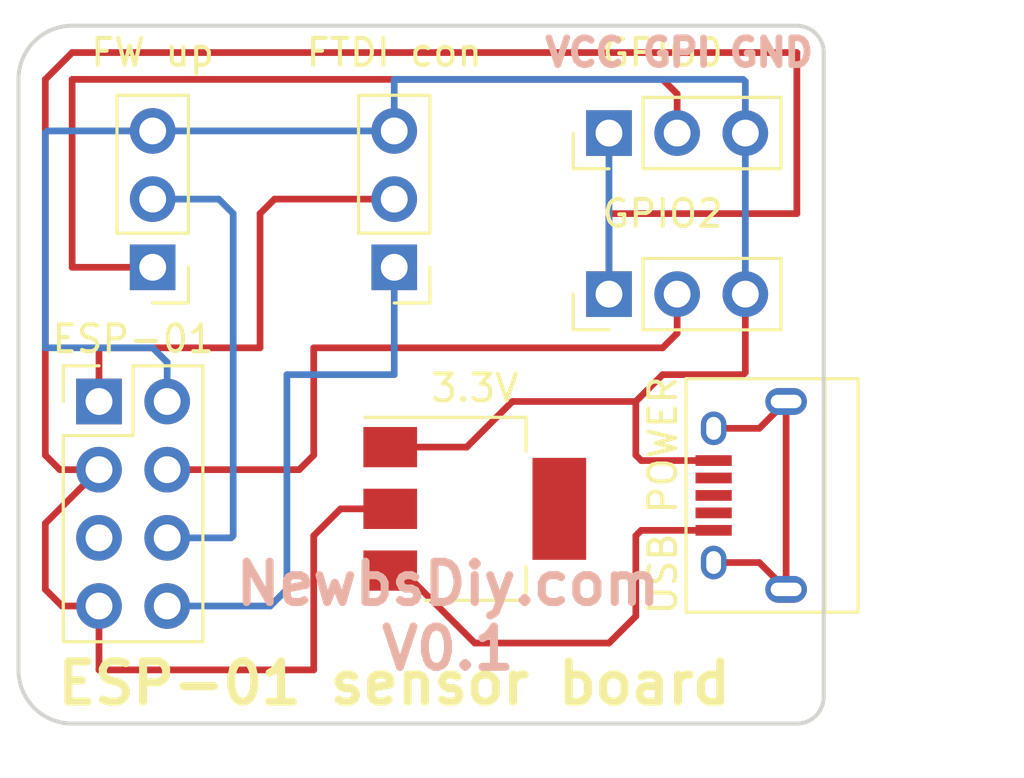
<source format=kicad_pcb>
(kicad_pcb (version 4) (host pcbnew 4.0.2-stable)

  (general
    (links 19)
    (no_connects 0)
    (area 178.161667 108.891666 216.632143 138.175)
    (thickness 1.6)
    (drawings 11)
    (tracks 78)
    (zones 0)
    (modules 9)
    (nets 14)
  )

  (page A4)
  (layers
    (0 F.Cu signal)
    (31 B.Cu signal)
    (32 B.Adhes user)
    (33 F.Adhes user)
    (34 B.Paste user)
    (35 F.Paste user)
    (36 B.SilkS user)
    (37 F.SilkS user)
    (38 B.Mask user)
    (39 F.Mask user)
    (40 Dwgs.User user)
    (41 Cmts.User user)
    (42 Eco1.User user)
    (43 Eco2.User user)
    (44 Edge.Cuts user)
    (45 Margin user)
    (46 B.CrtYd user)
    (47 F.CrtYd user)
    (48 B.Fab user)
    (49 F.Fab user)
  )

  (setup
    (last_trace_width 0.25)
    (trace_clearance 0.2)
    (zone_clearance 0.508)
    (zone_45_only no)
    (trace_min 0.2)
    (segment_width 0.2)
    (edge_width 0.15)
    (via_size 0.6)
    (via_drill 0.4)
    (via_min_size 0.4)
    (via_min_drill 0.3)
    (uvia_size 0.3)
    (uvia_drill 0.1)
    (uvias_allowed no)
    (uvia_min_size 0.2)
    (uvia_min_drill 0.1)
    (pcb_text_width 0.3)
    (pcb_text_size 1.5 1.5)
    (mod_edge_width 0.15)
    (mod_text_size 1 1)
    (mod_text_width 0.15)
    (pad_size 1.524 1.524)
    (pad_drill 0.762)
    (pad_to_mask_clearance 0.2)
    (aux_axis_origin 0 0)
    (visible_elements FFFFFF7F)
    (pcbplotparams
      (layerselection 0x010f0_80000001)
      (usegerberextensions false)
      (excludeedgelayer true)
      (linewidth 0.100000)
      (plotframeref false)
      (viasonmask false)
      (mode 1)
      (useauxorigin false)
      (hpglpennumber 1)
      (hpglpenspeed 20)
      (hpglpendiameter 15)
      (hpglpenoverlay 2)
      (psnegative false)
      (psa4output false)
      (plotreference true)
      (plotvalue true)
      (plotinvisibletext false)
      (padsonsilk false)
      (subtractmaskfromsilk false)
      (outputformat 1)
      (mirror false)
      (drillshape 0)
      (scaleselection 1)
      (outputdirectory grpr))
  )

  (net 0 "")
  (net 1 "Net-(P1-Pad1)")
  (net 2 "Net-(P1-Pad2)")
  (net 3 "Net-(P1-Pad3)")
  (net 4 "Net-(P1-Pad4)")
  (net 5 "Net-(P1-Pad5)")
  (net 6 "Net-(P1-Pad6)")
  (net 7 "Net-(P2-Pad1)")
  (net 8 "Net-(P2-Pad3)")
  (net 9 "Net-(P2-Pad4)")
  (net 10 "Net-(P2-Pad5)")
  (net 11 "Net-(P2-Pad6)")
  (net 12 "Net-(P2-Pad8)")
  (net 13 "Net-(P5-Pad2)")

  (net_class Default "Tämä on oletuskytkentäverkkoluokka."
    (clearance 0.2)
    (trace_width 0.25)
    (via_dia 0.6)
    (via_drill 0.4)
    (uvia_dia 0.3)
    (uvia_drill 0.1)
    (add_net "Net-(P1-Pad1)")
    (add_net "Net-(P1-Pad2)")
    (add_net "Net-(P1-Pad3)")
    (add_net "Net-(P1-Pad4)")
    (add_net "Net-(P1-Pad5)")
    (add_net "Net-(P1-Pad6)")
    (add_net "Net-(P2-Pad1)")
    (add_net "Net-(P2-Pad3)")
    (add_net "Net-(P2-Pad4)")
    (add_net "Net-(P2-Pad5)")
    (add_net "Net-(P2-Pad6)")
    (add_net "Net-(P2-Pad8)")
    (add_net "Net-(P5-Pad2)")
  )

  (module Connect:USB_Micro-B (layer F.Cu) (tedit 5A8029CA) (tstamp 5A800D12)
    (at 206.25 127.5 90)
    (descr "Micro USB Type B Receptacle")
    (tags "USB USB_B USB_micro USB_OTG")
    (path /5A565EB3)
    (attr smd)
    (fp_text reference "USB POWER" (at 0 -3.24 90) (layer F.SilkS)
      (effects (font (size 1 1) (thickness 0.15)))
    )
    (fp_text value USB_OTG (at 0 5.01 90) (layer F.Fab)
      (effects (font (size 1 1) (thickness 0.15)))
    )
    (fp_line (start -4.6 -2.59) (end 4.6 -2.59) (layer F.CrtYd) (width 0.05))
    (fp_line (start 4.6 -2.59) (end 4.6 4.26) (layer F.CrtYd) (width 0.05))
    (fp_line (start 4.6 4.26) (end -4.6 4.26) (layer F.CrtYd) (width 0.05))
    (fp_line (start -4.6 4.26) (end -4.6 -2.59) (layer F.CrtYd) (width 0.05))
    (fp_line (start -4.35 4.03) (end 4.35 4.03) (layer F.SilkS) (width 0.12))
    (fp_line (start -4.35 -2.38) (end 4.35 -2.38) (layer F.SilkS) (width 0.12))
    (fp_line (start 4.35 -2.38) (end 4.35 4.03) (layer F.SilkS) (width 0.12))
    (fp_line (start 4.35 2.8) (end -4.35 2.8) (layer F.SilkS) (width 0.12))
    (fp_line (start -4.35 4.03) (end -4.35 -2.38) (layer F.SilkS) (width 0.12))
    (pad 1 smd rect (at -1.3 -1.35 180) (size 1.35 0.4) (layers F.Cu F.Paste F.Mask)
      (net 1 "Net-(P1-Pad1)"))
    (pad 2 smd rect (at -0.65 -1.35 180) (size 1.35 0.4) (layers F.Cu F.Paste F.Mask)
      (net 2 "Net-(P1-Pad2)"))
    (pad 3 smd rect (at 0 -1.35 180) (size 1.35 0.4) (layers F.Cu F.Paste F.Mask)
      (net 3 "Net-(P1-Pad3)"))
    (pad 4 smd rect (at 0.65 -1.35 180) (size 1.35 0.4) (layers F.Cu F.Paste F.Mask)
      (net 4 "Net-(P1-Pad4)"))
    (pad 5 smd rect (at 1.3 -1.35 180) (size 1.35 0.4) (layers F.Cu F.Paste F.Mask)
      (net 5 "Net-(P1-Pad5)"))
    (pad 6 thru_hole oval (at -2.5 -1.35 180) (size 0.95 1.25) (drill oval 0.55 0.85) (layers *.Cu *.Mask)
      (net 6 "Net-(P1-Pad6)"))
    (pad 6 thru_hole oval (at 2.5 -1.35 180) (size 0.95 1.25) (drill oval 0.55 0.85) (layers *.Cu *.Mask)
      (net 6 "Net-(P1-Pad6)"))
    (pad 6 thru_hole oval (at -3.5 1.35 180) (size 1.55 1) (drill oval 1.15 0.5) (layers *.Cu *.Mask)
      (net 6 "Net-(P1-Pad6)"))
    (pad 6 thru_hole oval (at 3.5 1.35 180) (size 1.55 1) (drill oval 1.15 0.5) (layers *.Cu *.Mask)
      (net 6 "Net-(P1-Pad6)"))
  )

  (module Pin_Headers:Pin_Header_Straight_2x04_Pitch2.54mm (layer F.Cu) (tedit 5A8029B7) (tstamp 5A800D1E)
    (at 182 124)
    (descr "Through hole straight pin header, 2x04, 2.54mm pitch, double rows")
    (tags "Through hole pin header THT 2x04 2.54mm double row")
    (path /5A565E70)
    (fp_text reference ESP-01 (at 1.27 -2.33) (layer F.SilkS)
      (effects (font (size 1 1) (thickness 0.15)))
    )
    (fp_text value CONN_02X04 (at 1.27 9.95) (layer F.Fab)
      (effects (font (size 1 1) (thickness 0.15)))
    )
    (fp_line (start 0 -1.27) (end 3.81 -1.27) (layer F.Fab) (width 0.1))
    (fp_line (start 3.81 -1.27) (end 3.81 8.89) (layer F.Fab) (width 0.1))
    (fp_line (start 3.81 8.89) (end -1.27 8.89) (layer F.Fab) (width 0.1))
    (fp_line (start -1.27 8.89) (end -1.27 0) (layer F.Fab) (width 0.1))
    (fp_line (start -1.27 0) (end 0 -1.27) (layer F.Fab) (width 0.1))
    (fp_line (start -1.33 8.95) (end 3.87 8.95) (layer F.SilkS) (width 0.12))
    (fp_line (start -1.33 1.27) (end -1.33 8.95) (layer F.SilkS) (width 0.12))
    (fp_line (start 3.87 -1.33) (end 3.87 8.95) (layer F.SilkS) (width 0.12))
    (fp_line (start -1.33 1.27) (end 1.27 1.27) (layer F.SilkS) (width 0.12))
    (fp_line (start 1.27 1.27) (end 1.27 -1.33) (layer F.SilkS) (width 0.12))
    (fp_line (start 1.27 -1.33) (end 3.87 -1.33) (layer F.SilkS) (width 0.12))
    (fp_line (start -1.33 0) (end -1.33 -1.33) (layer F.SilkS) (width 0.12))
    (fp_line (start -1.33 -1.33) (end 0 -1.33) (layer F.SilkS) (width 0.12))
    (fp_line (start -1.8 -1.8) (end -1.8 9.4) (layer F.CrtYd) (width 0.05))
    (fp_line (start -1.8 9.4) (end 4.35 9.4) (layer F.CrtYd) (width 0.05))
    (fp_line (start 4.35 9.4) (end 4.35 -1.8) (layer F.CrtYd) (width 0.05))
    (fp_line (start 4.35 -1.8) (end -1.8 -1.8) (layer F.CrtYd) (width 0.05))
    (fp_text user %R (at 1.27 3.81 90) (layer F.Fab)
      (effects (font (size 1 1) (thickness 0.15)))
    )
    (pad 1 thru_hole rect (at 0 0) (size 1.7 1.7) (drill 1) (layers *.Cu *.Mask)
      (net 7 "Net-(P2-Pad1)"))
    (pad 2 thru_hole oval (at 2.54 0) (size 1.7 1.7) (drill 1) (layers *.Cu *.Mask)
      (net 5 "Net-(P1-Pad5)"))
    (pad 3 thru_hole oval (at 0 2.54) (size 1.7 1.7) (drill 1) (layers *.Cu *.Mask)
      (net 8 "Net-(P2-Pad3)"))
    (pad 4 thru_hole oval (at 2.54 2.54) (size 1.7 1.7) (drill 1) (layers *.Cu *.Mask)
      (net 9 "Net-(P2-Pad4)"))
    (pad 5 thru_hole oval (at 0 5.08) (size 1.7 1.7) (drill 1) (layers *.Cu *.Mask)
      (net 10 "Net-(P2-Pad5)"))
    (pad 6 thru_hole oval (at 2.54 5.08) (size 1.7 1.7) (drill 1) (layers *.Cu *.Mask)
      (net 11 "Net-(P2-Pad6)"))
    (pad 7 thru_hole oval (at 0 7.62) (size 1.7 1.7) (drill 1) (layers *.Cu *.Mask)
      (net 8 "Net-(P2-Pad3)"))
    (pad 8 thru_hole oval (at 2.54 7.62) (size 1.7 1.7) (drill 1) (layers *.Cu *.Mask)
      (net 12 "Net-(P2-Pad8)"))
    (model ${KISYS3DMOD}/Pin_Headers.3dshapes/Pin_Header_Straight_2x04_Pitch2.54mm.wrl
      (at (xyz 0 0 0))
      (scale (xyz 1 1 1))
      (rotate (xyz 0 0 0))
    )
  )

  (module Pin_Headers:Pin_Header_Straight_1x03_Pitch2.54mm (layer F.Cu) (tedit 5A80274B) (tstamp 5A800D25)
    (at 193 119 180)
    (descr "Through hole straight pin header, 1x03, 2.54mm pitch, single row")
    (tags "Through hole pin header THT 1x03 2.54mm single row")
    (path /5A7F5C1E)
    (fp_text reference "FTDI con" (at 0 8 180) (layer F.SilkS)
      (effects (font (size 1 1) (thickness 0.15)))
    )
    (fp_text value CONN_01X03 (at 0 7.41 180) (layer F.Fab)
      (effects (font (size 1 1) (thickness 0.15)))
    )
    (fp_line (start -0.635 -1.27) (end 1.27 -1.27) (layer F.Fab) (width 0.1))
    (fp_line (start 1.27 -1.27) (end 1.27 6.35) (layer F.Fab) (width 0.1))
    (fp_line (start 1.27 6.35) (end -1.27 6.35) (layer F.Fab) (width 0.1))
    (fp_line (start -1.27 6.35) (end -1.27 -0.635) (layer F.Fab) (width 0.1))
    (fp_line (start -1.27 -0.635) (end -0.635 -1.27) (layer F.Fab) (width 0.1))
    (fp_line (start -1.33 6.41) (end 1.33 6.41) (layer F.SilkS) (width 0.12))
    (fp_line (start -1.33 1.27) (end -1.33 6.41) (layer F.SilkS) (width 0.12))
    (fp_line (start 1.33 1.27) (end 1.33 6.41) (layer F.SilkS) (width 0.12))
    (fp_line (start -1.33 1.27) (end 1.33 1.27) (layer F.SilkS) (width 0.12))
    (fp_line (start -1.33 0) (end -1.33 -1.33) (layer F.SilkS) (width 0.12))
    (fp_line (start -1.33 -1.33) (end 0 -1.33) (layer F.SilkS) (width 0.12))
    (fp_line (start -1.8 -1.8) (end -1.8 6.85) (layer F.CrtYd) (width 0.05))
    (fp_line (start -1.8 6.85) (end 1.8 6.85) (layer F.CrtYd) (width 0.05))
    (fp_line (start 1.8 6.85) (end 1.8 -1.8) (layer F.CrtYd) (width 0.05))
    (fp_line (start 1.8 -1.8) (end -1.8 -1.8) (layer F.CrtYd) (width 0.05))
    (fp_text user %R (at 0 2.54 270) (layer F.Fab)
      (effects (font (size 1 1) (thickness 0.15)))
    )
    (pad 1 thru_hole rect (at 0 0 180) (size 1.7 1.7) (drill 1) (layers *.Cu *.Mask)
      (net 12 "Net-(P2-Pad8)"))
    (pad 2 thru_hole oval (at 0 2.54 180) (size 1.7 1.7) (drill 1) (layers *.Cu *.Mask)
      (net 7 "Net-(P2-Pad1)"))
    (pad 3 thru_hole oval (at 0 5.08 180) (size 1.7 1.7) (drill 1) (layers *.Cu *.Mask)
      (net 5 "Net-(P1-Pad5)"))
    (model ${KISYS3DMOD}/Pin_Headers.3dshapes/Pin_Header_Straight_1x03_Pitch2.54mm.wrl
      (at (xyz 0 0 0))
      (scale (xyz 1 1 1))
      (rotate (xyz 0 0 0))
    )
  )

  (module Pin_Headers:Pin_Header_Straight_1x03_Pitch2.54mm (layer F.Cu) (tedit 5A8027AE) (tstamp 5A800D2C)
    (at 201 120 90)
    (descr "Through hole straight pin header, 1x03, 2.54mm pitch, single row")
    (tags "Through hole pin header THT 1x03 2.54mm single row")
    (path /5A7F5EDB)
    (fp_text reference GPIO2 (at 3 2 180) (layer F.SilkS)
      (effects (font (size 1 1) (thickness 0.15)))
    )
    (fp_text value CONN_01X03 (at 0 7.41 90) (layer F.Fab)
      (effects (font (size 1 1) (thickness 0.15)))
    )
    (fp_line (start -0.635 -1.27) (end 1.27 -1.27) (layer F.Fab) (width 0.1))
    (fp_line (start 1.27 -1.27) (end 1.27 6.35) (layer F.Fab) (width 0.1))
    (fp_line (start 1.27 6.35) (end -1.27 6.35) (layer F.Fab) (width 0.1))
    (fp_line (start -1.27 6.35) (end -1.27 -0.635) (layer F.Fab) (width 0.1))
    (fp_line (start -1.27 -0.635) (end -0.635 -1.27) (layer F.Fab) (width 0.1))
    (fp_line (start -1.33 6.41) (end 1.33 6.41) (layer F.SilkS) (width 0.12))
    (fp_line (start -1.33 1.27) (end -1.33 6.41) (layer F.SilkS) (width 0.12))
    (fp_line (start 1.33 1.27) (end 1.33 6.41) (layer F.SilkS) (width 0.12))
    (fp_line (start -1.33 1.27) (end 1.33 1.27) (layer F.SilkS) (width 0.12))
    (fp_line (start -1.33 0) (end -1.33 -1.33) (layer F.SilkS) (width 0.12))
    (fp_line (start -1.33 -1.33) (end 0 -1.33) (layer F.SilkS) (width 0.12))
    (fp_line (start -1.8 -1.8) (end -1.8 6.85) (layer F.CrtYd) (width 0.05))
    (fp_line (start -1.8 6.85) (end 1.8 6.85) (layer F.CrtYd) (width 0.05))
    (fp_line (start 1.8 6.85) (end 1.8 -1.8) (layer F.CrtYd) (width 0.05))
    (fp_line (start 1.8 -1.8) (end -1.8 -1.8) (layer F.CrtYd) (width 0.05))
    (fp_text user %R (at 0 2.54 180) (layer F.Fab)
      (effects (font (size 1 1) (thickness 0.15)))
    )
    (pad 1 thru_hole rect (at 0 0 90) (size 1.7 1.7) (drill 1) (layers *.Cu *.Mask)
      (net 8 "Net-(P2-Pad3)"))
    (pad 2 thru_hole oval (at 0 2.54 90) (size 1.7 1.7) (drill 1) (layers *.Cu *.Mask)
      (net 9 "Net-(P2-Pad4)"))
    (pad 3 thru_hole oval (at 0 5.08 90) (size 1.7 1.7) (drill 1) (layers *.Cu *.Mask)
      (net 5 "Net-(P1-Pad5)"))
    (model ${KISYS3DMOD}/Pin_Headers.3dshapes/Pin_Header_Straight_1x03_Pitch2.54mm.wrl
      (at (xyz 0 0 0))
      (scale (xyz 1 1 1))
      (rotate (xyz 0 0 0))
    )
  )

  (module Pin_Headers:Pin_Header_Straight_1x03_Pitch2.54mm (layer F.Cu) (tedit 5A802793) (tstamp 5A800D33)
    (at 201 114 90)
    (descr "Through hole straight pin header, 1x03, 2.54mm pitch, single row")
    (tags "Through hole pin header THT 1x03 2.54mm single row")
    (path /5A7F5F80)
    (fp_text reference GPIO0 (at 3 2 180) (layer F.SilkS)
      (effects (font (size 1 1) (thickness 0.15)))
    )
    (fp_text value CONN_01X03 (at 0 7.41 90) (layer F.Fab)
      (effects (font (size 1 1) (thickness 0.15)))
    )
    (fp_line (start -0.635 -1.27) (end 1.27 -1.27) (layer F.Fab) (width 0.1))
    (fp_line (start 1.27 -1.27) (end 1.27 6.35) (layer F.Fab) (width 0.1))
    (fp_line (start 1.27 6.35) (end -1.27 6.35) (layer F.Fab) (width 0.1))
    (fp_line (start -1.27 6.35) (end -1.27 -0.635) (layer F.Fab) (width 0.1))
    (fp_line (start -1.27 -0.635) (end -0.635 -1.27) (layer F.Fab) (width 0.1))
    (fp_line (start -1.33 6.41) (end 1.33 6.41) (layer F.SilkS) (width 0.12))
    (fp_line (start -1.33 1.27) (end -1.33 6.41) (layer F.SilkS) (width 0.12))
    (fp_line (start 1.33 1.27) (end 1.33 6.41) (layer F.SilkS) (width 0.12))
    (fp_line (start -1.33 1.27) (end 1.33 1.27) (layer F.SilkS) (width 0.12))
    (fp_line (start -1.33 0) (end -1.33 -1.33) (layer F.SilkS) (width 0.12))
    (fp_line (start -1.33 -1.33) (end 0 -1.33) (layer F.SilkS) (width 0.12))
    (fp_line (start -1.8 -1.8) (end -1.8 6.85) (layer F.CrtYd) (width 0.05))
    (fp_line (start -1.8 6.85) (end 1.8 6.85) (layer F.CrtYd) (width 0.05))
    (fp_line (start 1.8 6.85) (end 1.8 -1.8) (layer F.CrtYd) (width 0.05))
    (fp_line (start 1.8 -1.8) (end -1.8 -1.8) (layer F.CrtYd) (width 0.05))
    (fp_text user %R (at 0 2.54 180) (layer F.Fab)
      (effects (font (size 1 1) (thickness 0.15)))
    )
    (pad 1 thru_hole rect (at 0 0 90) (size 1.7 1.7) (drill 1) (layers *.Cu *.Mask)
      (net 8 "Net-(P2-Pad3)"))
    (pad 2 thru_hole oval (at 0 2.54 90) (size 1.7 1.7) (drill 1) (layers *.Cu *.Mask)
      (net 13 "Net-(P5-Pad2)"))
    (pad 3 thru_hole oval (at 0 5.08 90) (size 1.7 1.7) (drill 1) (layers *.Cu *.Mask)
      (net 5 "Net-(P1-Pad5)"))
    (model ${KISYS3DMOD}/Pin_Headers.3dshapes/Pin_Header_Straight_1x03_Pitch2.54mm.wrl
      (at (xyz 0 0 0))
      (scale (xyz 1 1 1))
      (rotate (xyz 0 0 0))
    )
  )

  (module Pin_Headers:Pin_Header_Straight_1x03_Pitch2.54mm (layer F.Cu) (tedit 5A80276F) (tstamp 5A800D3A)
    (at 184 119 180)
    (descr "Through hole straight pin header, 1x03, 2.54mm pitch, single row")
    (tags "Through hole pin header THT 1x03 2.54mm single row")
    (path /5A800BDE)
    (fp_text reference "FW up" (at 0 8 180) (layer F.SilkS)
      (effects (font (size 1 1) (thickness 0.15)))
    )
    (fp_text value CONN_01X03 (at 0 7.41 180) (layer F.Fab)
      (effects (font (size 1 1) (thickness 0.15)))
    )
    (fp_line (start -0.635 -1.27) (end 1.27 -1.27) (layer F.Fab) (width 0.1))
    (fp_line (start 1.27 -1.27) (end 1.27 6.35) (layer F.Fab) (width 0.1))
    (fp_line (start 1.27 6.35) (end -1.27 6.35) (layer F.Fab) (width 0.1))
    (fp_line (start -1.27 6.35) (end -1.27 -0.635) (layer F.Fab) (width 0.1))
    (fp_line (start -1.27 -0.635) (end -0.635 -1.27) (layer F.Fab) (width 0.1))
    (fp_line (start -1.33 6.41) (end 1.33 6.41) (layer F.SilkS) (width 0.12))
    (fp_line (start -1.33 1.27) (end -1.33 6.41) (layer F.SilkS) (width 0.12))
    (fp_line (start 1.33 1.27) (end 1.33 6.41) (layer F.SilkS) (width 0.12))
    (fp_line (start -1.33 1.27) (end 1.33 1.27) (layer F.SilkS) (width 0.12))
    (fp_line (start -1.33 0) (end -1.33 -1.33) (layer F.SilkS) (width 0.12))
    (fp_line (start -1.33 -1.33) (end 0 -1.33) (layer F.SilkS) (width 0.12))
    (fp_line (start -1.8 -1.8) (end -1.8 6.85) (layer F.CrtYd) (width 0.05))
    (fp_line (start -1.8 6.85) (end 1.8 6.85) (layer F.CrtYd) (width 0.05))
    (fp_line (start 1.8 6.85) (end 1.8 -1.8) (layer F.CrtYd) (width 0.05))
    (fp_line (start 1.8 -1.8) (end -1.8 -1.8) (layer F.CrtYd) (width 0.05))
    (fp_text user %R (at 0 2.54 270) (layer F.Fab)
      (effects (font (size 1 1) (thickness 0.15)))
    )
    (pad 1 thru_hole rect (at 0 0 180) (size 1.7 1.7) (drill 1) (layers *.Cu *.Mask)
      (net 13 "Net-(P5-Pad2)"))
    (pad 2 thru_hole oval (at 0 2.54 180) (size 1.7 1.7) (drill 1) (layers *.Cu *.Mask)
      (net 11 "Net-(P2-Pad6)"))
    (pad 3 thru_hole oval (at 0 5.08 180) (size 1.7 1.7) (drill 1) (layers *.Cu *.Mask)
      (net 5 "Net-(P1-Pad5)"))
    (model ${KISYS3DMOD}/Pin_Headers.3dshapes/Pin_Header_Straight_1x03_Pitch2.54mm.wrl
      (at (xyz 0 0 0))
      (scale (xyz 1 1 1))
      (rotate (xyz 0 0 0))
    )
  )

  (module TO_SOT_Packages_SMD:SOT-223 (layer F.Cu) (tedit 5A8029A3) (tstamp 5A800D42)
    (at 196 128)
    (descr "module CMS SOT223 4 pins")
    (tags "CMS SOT")
    (path /5A565C45)
    (attr smd)
    (fp_text reference 3.3V (at 0 -4.5) (layer F.SilkS)
      (effects (font (size 1 1) (thickness 0.15)))
    )
    (fp_text value LD1117S33CTR (at 0 4.5) (layer F.Fab)
      (effects (font (size 1 1) (thickness 0.15)))
    )
    (fp_text user %R (at 0 0 90) (layer F.Fab)
      (effects (font (size 0.8 0.8) (thickness 0.12)))
    )
    (fp_line (start -1.85 -2.3) (end -0.8 -3.35) (layer F.Fab) (width 0.1))
    (fp_line (start 1.91 3.41) (end 1.91 2.15) (layer F.SilkS) (width 0.12))
    (fp_line (start 1.91 -3.41) (end 1.91 -2.15) (layer F.SilkS) (width 0.12))
    (fp_line (start 4.4 -3.6) (end -4.4 -3.6) (layer F.CrtYd) (width 0.05))
    (fp_line (start 4.4 3.6) (end 4.4 -3.6) (layer F.CrtYd) (width 0.05))
    (fp_line (start -4.4 3.6) (end 4.4 3.6) (layer F.CrtYd) (width 0.05))
    (fp_line (start -4.4 -3.6) (end -4.4 3.6) (layer F.CrtYd) (width 0.05))
    (fp_line (start -1.85 -2.3) (end -1.85 3.35) (layer F.Fab) (width 0.1))
    (fp_line (start -1.85 3.41) (end 1.91 3.41) (layer F.SilkS) (width 0.12))
    (fp_line (start -0.8 -3.35) (end 1.85 -3.35) (layer F.Fab) (width 0.1))
    (fp_line (start -4.1 -3.41) (end 1.91 -3.41) (layer F.SilkS) (width 0.12))
    (fp_line (start -1.85 3.35) (end 1.85 3.35) (layer F.Fab) (width 0.1))
    (fp_line (start 1.85 -3.35) (end 1.85 3.35) (layer F.Fab) (width 0.1))
    (pad 4 smd rect (at 3.15 0) (size 2 3.8) (layers F.Cu F.Paste F.Mask))
    (pad 2 smd rect (at -3.15 0) (size 2 1.5) (layers F.Cu F.Paste F.Mask)
      (net 8 "Net-(P2-Pad3)"))
    (pad 3 smd rect (at -3.15 2.3) (size 2 1.5) (layers F.Cu F.Paste F.Mask)
      (net 1 "Net-(P1-Pad1)"))
    (pad 1 smd rect (at -3.15 -2.3) (size 2 1.5) (layers F.Cu F.Paste F.Mask)
      (net 5 "Net-(P1-Pad5)"))
    (model ${KISYS3DMOD}/TO_SOT_Packages_SMD.3dshapes/SOT-223.wrl
      (at (xyz 0 0 0))
      (scale (xyz 1 1 1))
      (rotate (xyz 0 0 0))
    )
  )

  (module Mounting_Holes:MountingHole_2.2mm_M2 (layer F.Cu) (tedit 5A8032C7) (tstamp 5A803258)
    (at 197 117)
    (descr "Mounting Hole 2.2mm, no annular, M2")
    (tags "mounting hole 2.2mm no annular m2")
    (attr virtual)
    (fp_text reference "" (at 0 -3.2) (layer F.SilkS)
      (effects (font (size 1 1) (thickness 0.15)))
    )
    (fp_text value MountingHole_2.2mm_M2 (at 0 3.2) (layer F.Fab)
      (effects (font (size 1 1) (thickness 0.15)))
    )
    (fp_text user %R (at 0.3 0) (layer F.Fab)
      (effects (font (size 1 1) (thickness 0.15)))
    )
    (fp_circle (center 0 0) (end 2.2 0) (layer Cmts.User) (width 0.15))
    (fp_circle (center 0 0) (end 2.45 0) (layer F.CrtYd) (width 0.05))
    (pad 1 np_thru_hole circle (at 0 0) (size 2.2 2.2) (drill 2.2) (layers *.Cu *.Mask))
  )

  (module Mounting_Holes:MountingHole_2.2mm_M2 (layer F.Cu) (tedit 5A8032C0) (tstamp 5A803266)
    (at 207 134)
    (descr "Mounting Hole 2.2mm, no annular, M2")
    (tags "mounting hole 2.2mm no annular m2")
    (attr virtual)
    (fp_text reference "" (at 0 -3.2) (layer F.SilkS)
      (effects (font (size 1 1) (thickness 0.15)))
    )
    (fp_text value MountingHole_2.2mm_M2 (at 0 3.2) (layer F.Fab)
      (effects (font (size 1 1) (thickness 0.15)))
    )
    (fp_text user %R (at 0.3 0) (layer F.Fab)
      (effects (font (size 1 1) (thickness 0.15)))
    )
    (fp_circle (center 0 0) (end 2.2 0) (layer Cmts.User) (width 0.15))
    (fp_circle (center 0 0) (end 2.45 0) (layer F.CrtYd) (width 0.05))
    (pad 1 np_thru_hole circle (at 0 0) (size 2.2 2.2) (drill 2.2) (layers *.Cu *.Mask))
  )

  (gr_text "NewbsDiy.com\nV0.1" (at 195 132) (layer B.SilkS)
    (effects (font (size 1.5 1.5) (thickness 0.3)))
  )
  (gr_text "VCC GPI GND " (at 204 111) (layer B.SilkS)
    (effects (font (size 1 1) (thickness 0.25)))
  )
  (gr_text "ESP-01 sensor board" (at 193 134.5) (layer F.SilkS)
    (effects (font (size 1.5 1.5) (thickness 0.3)))
  )
  (gr_arc (start 181 134) (end 181 136) (angle 90) (layer Edge.Cuts) (width 0.15))
  (gr_line (start 209 135) (end 209 111) (angle 90) (layer Edge.Cuts) (width 0.15))
  (gr_arc (start 208 135) (end 209 135) (angle 90) (layer Edge.Cuts) (width 0.15))
  (gr_line (start 179 134) (end 179 112) (angle 90) (layer Edge.Cuts) (width 0.15))
  (gr_line (start 208 136) (end 181 136) (angle 90) (layer Edge.Cuts) (width 0.15))
  (gr_arc (start 208 111) (end 208 110) (angle 90) (layer Edge.Cuts) (width 0.15))
  (gr_arc (start 181 112) (end 179 112) (angle 90) (layer Edge.Cuts) (width 0.15))
  (gr_line (start 208 110) (end 181 110) (angle 90) (layer Edge.Cuts) (width 0.15))

  (segment (start 193.3 130.3) (end 196 133) (width 0.25) (layer F.Cu) (net 1) (tstamp 5A8012E3))
  (segment (start 202.2 128.8) (end 204.9 128.8) (width 0.25) (layer F.Cu) (net 1) (tstamp 5A8012F1))
  (segment (start 202 129) (end 202.2 128.8) (width 0.25) (layer F.Cu) (net 1) (tstamp 5A8012F0))
  (segment (start 202 132) (end 202 129) (width 0.25) (layer F.Cu) (net 1) (tstamp 5A8012EE))
  (segment (start 201 133) (end 202 132) (width 0.25) (layer F.Cu) (net 1) (tstamp 5A8012EA))
  (segment (start 196 133) (end 201 133) (width 0.25) (layer F.Cu) (net 1) (tstamp 5A8012E6))
  (segment (start 192.85 130.3) (end 193.3 130.3) (width 0.25) (layer F.Cu) (net 1))
  (segment (start 206.08 114) (end 206.08 120) (width 0.25) (layer B.Cu) (net 5))
  (segment (start 193 113.92) (end 193 112) (width 0.25) (layer B.Cu) (net 5))
  (segment (start 206.08 112.08) (end 206.08 114) (width 0.25) (layer B.Cu) (net 5) (tstamp 5A802109))
  (segment (start 206 112) (end 206.08 112.08) (width 0.25) (layer B.Cu) (net 5) (tstamp 5A802108))
  (segment (start 193 112) (end 206 112) (width 0.25) (layer B.Cu) (net 5) (tstamp 5A802106))
  (segment (start 184 113.92) (end 193 113.92) (width 0.25) (layer B.Cu) (net 5))
  (segment (start 184 113.92) (end 180.08 113.92) (width 0.25) (layer B.Cu) (net 5))
  (segment (start 184.54 122.54) (end 184.54 124) (width 0.25) (layer B.Cu) (net 5) (tstamp 5A80204A))
  (segment (start 184 122) (end 184.54 122.54) (width 0.25) (layer B.Cu) (net 5) (tstamp 5A802047))
  (segment (start 180 122) (end 184 122) (width 0.25) (layer B.Cu) (net 5) (tstamp 5A802043))
  (segment (start 180 114) (end 180 122) (width 0.25) (layer B.Cu) (net 5) (tstamp 5A80203E))
  (segment (start 180.08 113.92) (end 180 114) (width 0.25) (layer B.Cu) (net 5) (tstamp 5A80203A))
  (segment (start 206.08 120) (end 206.08 122.92) (width 0.25) (layer F.Cu) (net 5))
  (segment (start 192.85 125.7) (end 195.7 125.7) (width 0.25) (layer F.Cu) (net 5))
  (segment (start 202.2 126.2) (end 204.9 126.2) (width 0.25) (layer F.Cu) (net 5) (tstamp 5A80138D))
  (segment (start 202 126) (end 202.2 126.2) (width 0.25) (layer F.Cu) (net 5) (tstamp 5A80138C))
  (segment (start 195.7 125.7) (end 197.4 124) (width 0.25) (layer F.Cu) (net 5) (tstamp 5A801384))
  (segment (start 206.08 122.92) (end 206 123) (width 0.25) (layer F.Cu) (net 5) (tstamp 5A801E21))
  (segment (start 206 123) (end 203 123) (width 0.25) (layer F.Cu) (net 5) (tstamp 5A801E24))
  (segment (start 203 123) (end 202 124) (width 0.25) (layer F.Cu) (net 5) (tstamp 5A801E28))
  (segment (start 202 124) (end 202 126) (width 0.25) (layer F.Cu) (net 5) (tstamp 5A80138B))
  (segment (start 197.4 124) (end 202 124) (width 0.25) (layer F.Cu) (net 5) (tstamp 5A801386))
  (segment (start 204.9 130) (end 206.6 130) (width 0.25) (layer F.Cu) (net 6))
  (segment (start 206.6 130) (end 207.6 131) (width 0.25) (layer F.Cu) (net 6) (tstamp 5A8013A5))
  (segment (start 207.6 124) (end 207.6 131) (width 0.25) (layer F.Cu) (net 6))
  (segment (start 204.9 125) (end 206.6 125) (width 0.25) (layer F.Cu) (net 6))
  (segment (start 206.6 125) (end 207.6 124) (width 0.25) (layer F.Cu) (net 6) (tstamp 5A801393))
  (segment (start 182 124) (end 182 122) (width 0.25) (layer F.Cu) (net 7))
  (segment (start 188.54 116.46) (end 193 116.46) (width 0.25) (layer F.Cu) (net 7) (tstamp 5A802090))
  (segment (start 188 117) (end 188.54 116.46) (width 0.25) (layer F.Cu) (net 7) (tstamp 5A80208F))
  (segment (start 188 122) (end 188 117) (width 0.25) (layer F.Cu) (net 7) (tstamp 5A80208C))
  (segment (start 182 122) (end 188 122) (width 0.25) (layer F.Cu) (net 7) (tstamp 5A802089))
  (segment (start 201 120) (end 201 114) (width 0.25) (layer B.Cu) (net 8))
  (segment (start 182 126.54) (end 180.54 126.54) (width 0.25) (layer F.Cu) (net 8))
  (segment (start 201 117) (end 201 120) (width 0.25) (layer F.Cu) (net 8) (tstamp 5A8021A0))
  (segment (start 208 117) (end 201 117) (width 0.25) (layer F.Cu) (net 8) (tstamp 5A80219F))
  (segment (start 208 111) (end 208 117) (width 0.25) (layer F.Cu) (net 8) (tstamp 5A80219C))
  (segment (start 181 111) (end 208 111) (width 0.25) (layer F.Cu) (net 8) (tstamp 5A802196))
  (segment (start 180 112) (end 181 111) (width 0.25) (layer F.Cu) (net 8) (tstamp 5A802193))
  (segment (start 180 126) (end 180 112) (width 0.25) (layer F.Cu) (net 8) (tstamp 5A802191))
  (segment (start 180.54 126.54) (end 180 126) (width 0.25) (layer F.Cu) (net 8) (tstamp 5A80218D))
  (segment (start 182 131.62) (end 180.62 131.62) (width 0.25) (layer F.Cu) (net 8))
  (segment (start 180 128.54) (end 182 126.54) (width 0.25) (layer F.Cu) (net 8) (tstamp 5A801E58))
  (segment (start 180 131) (end 180 128.54) (width 0.25) (layer F.Cu) (net 8) (tstamp 5A801E56))
  (segment (start 180.62 131.62) (end 180 131) (width 0.25) (layer F.Cu) (net 8) (tstamp 5A801E52))
  (segment (start 192.85 128) (end 191 128) (width 0.25) (layer F.Cu) (net 8))
  (segment (start 182 134) (end 182 131.62) (width 0.25) (layer F.Cu) (net 8) (tstamp 5A801E4B))
  (segment (start 190 134) (end 182 134) (width 0.25) (layer F.Cu) (net 8) (tstamp 5A801E49))
  (segment (start 190 129) (end 190 134) (width 0.25) (layer F.Cu) (net 8) (tstamp 5A801E44))
  (segment (start 191 128) (end 190 129) (width 0.25) (layer F.Cu) (net 8) (tstamp 5A801E43))
  (segment (start 203.54 120) (end 203.54 121.46) (width 0.25) (layer F.Cu) (net 9))
  (segment (start 203.54 121.46) (end 203 122) (width 0.25) (layer F.Cu) (net 9) (tstamp 5A8020F0))
  (segment (start 189.46 126.54) (end 184.54 126.54) (width 0.25) (layer F.Cu) (net 9) (tstamp 5A8020FA))
  (segment (start 190 126) (end 189.46 126.54) (width 0.25) (layer F.Cu) (net 9) (tstamp 5A8020F8))
  (segment (start 190 122) (end 190 126) (width 0.25) (layer F.Cu) (net 9) (tstamp 5A8020F6))
  (segment (start 203 122) (end 190 122) (width 0.25) (layer F.Cu) (net 9) (tstamp 5A8020F4))
  (segment (start 184.54 129.08) (end 186.92 129.08) (width 0.25) (layer B.Cu) (net 11))
  (segment (start 186.46 116.46) (end 184 116.46) (width 0.25) (layer B.Cu) (net 11) (tstamp 5A801FEC))
  (segment (start 187 117) (end 186.46 116.46) (width 0.25) (layer B.Cu) (net 11) (tstamp 5A801FE9))
  (segment (start 187 129) (end 187 117) (width 0.25) (layer B.Cu) (net 11) (tstamp 5A801FE7))
  (segment (start 186.92 129.08) (end 187 129) (width 0.25) (layer B.Cu) (net 11) (tstamp 5A801FE6))
  (segment (start 184.54 131.62) (end 188.38 131.62) (width 0.25) (layer B.Cu) (net 12))
  (segment (start 193 123) (end 193 119) (width 0.25) (layer B.Cu) (net 12) (tstamp 5A801FDD))
  (segment (start 189 123) (end 193 123) (width 0.25) (layer B.Cu) (net 12) (tstamp 5A801FDB))
  (segment (start 189 131) (end 189 123) (width 0.25) (layer B.Cu) (net 12) (tstamp 5A801FD5))
  (segment (start 188.38 131.62) (end 189 131) (width 0.25) (layer B.Cu) (net 12) (tstamp 5A801FD4))
  (segment (start 184 119) (end 181 119) (width 0.25) (layer F.Cu) (net 13))
  (segment (start 203.54 112.54) (end 203.54 114) (width 0.25) (layer F.Cu) (net 13) (tstamp 5A8020B7))
  (segment (start 203 112) (end 203.54 112.54) (width 0.25) (layer F.Cu) (net 13) (tstamp 5A8020B4))
  (segment (start 181 112) (end 203 112) (width 0.25) (layer F.Cu) (net 13) (tstamp 5A8020B0))
  (segment (start 181 119) (end 181 112) (width 0.25) (layer F.Cu) (net 13) (tstamp 5A8020AD))

)

</source>
